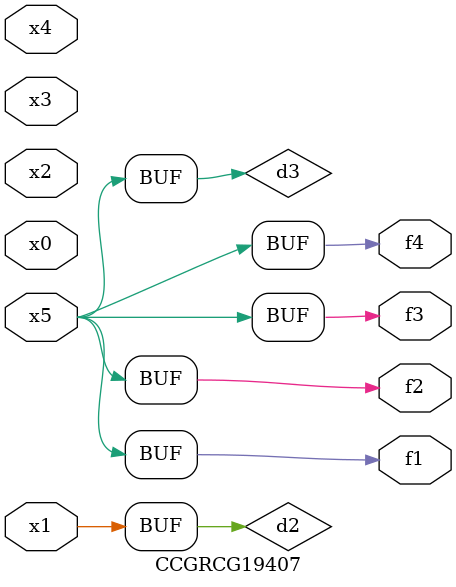
<source format=v>
module CCGRCG19407(
	input x0, x1, x2, x3, x4, x5,
	output f1, f2, f3, f4
);

	wire d1, d2, d3;

	not (d1, x5);
	or (d2, x1);
	xnor (d3, d1);
	assign f1 = d3;
	assign f2 = d3;
	assign f3 = d3;
	assign f4 = d3;
endmodule

</source>
